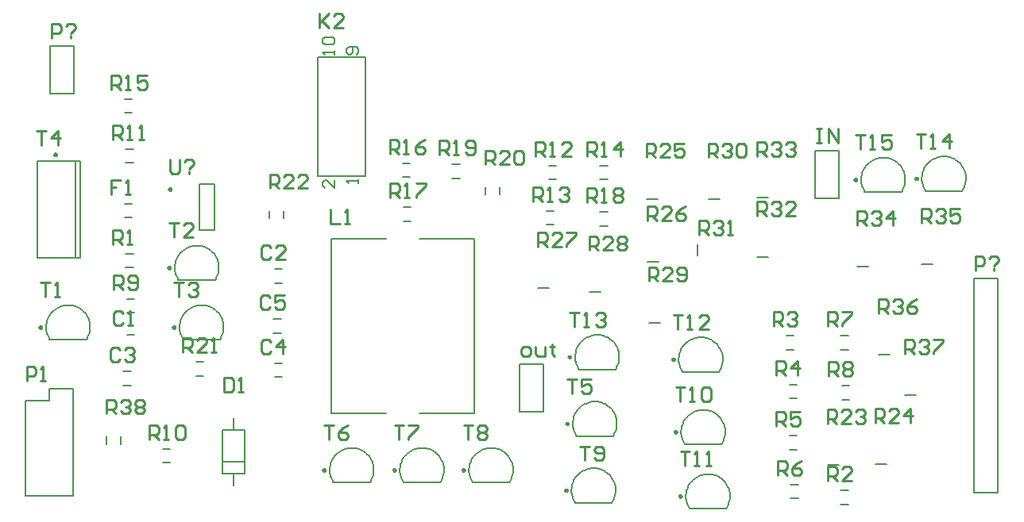
<source format=gto>
%FSTAX23Y23*%
%MOIN*%
%SFA1B1*%

%IPPOS*%
%ADD10C,0.009840*%
%ADD11C,0.007870*%
%ADD12C,0.008000*%
%ADD13C,0.010000*%
%LNpcb1-1*%
%LPD*%
G54D10*
X03833Y01405D02*
D01*
X03833Y01405*
X03833Y01405*
X03833Y01406*
X03833Y01406*
X03833Y01406*
X03833Y01407*
X03833Y01407*
X03833Y01407*
X03832Y01407*
X03832Y01408*
X03832Y01408*
X03832Y01408*
X03831Y01408*
X03831Y01409*
X03831Y01409*
X03831Y01409*
X0383Y01409*
X0383Y01409*
X0383Y01409*
X03829Y01409*
X03829Y01409*
X03829Y01409*
X03828*
X03828Y01409*
X03828Y01409*
X03827Y01409*
X03827Y01409*
X03827Y01409*
X03826Y01409*
X03826Y01409*
X03826Y01409*
X03825Y01408*
X03825Y01408*
X03825Y01408*
X03825Y01408*
X03824Y01407*
X03824Y01407*
X03824Y01407*
X03824Y01407*
X03824Y01406*
X03824Y01406*
X03824Y01406*
X03823Y01405*
X03823Y01405*
X03823Y01405*
X03823Y01404*
X03823Y01404*
X03824Y01403*
X03824Y01403*
X03824Y01403*
X03824Y01402*
X03824Y01402*
X03824Y01402*
X03824Y01402*
X03825Y01401*
X03825Y01401*
X03825Y01401*
X03825Y01401*
X03826Y014*
X03826Y014*
X03826Y014*
X03827Y014*
X03827Y014*
X03827Y014*
X03828Y014*
X03828Y014*
X03828Y014*
X03829*
X03829Y014*
X03829Y014*
X0383Y014*
X0383Y014*
X0383Y014*
X03831Y014*
X03831Y014*
X03831Y014*
X03831Y01401*
X03832Y01401*
X03832Y01401*
X03832Y01401*
X03832Y01402*
X03833Y01402*
X03833Y01402*
X03833Y01402*
X03833Y01403*
X03833Y01403*
X03833Y01403*
X03833Y01404*
X03833Y01404*
X03833Y01405*
X03373Y0116D02*
D01*
X03373Y0116*
X03373Y0116*
X03373Y01161*
X03373Y01161*
X03373Y01161*
X03373Y01162*
X03373Y01162*
X03373Y01162*
X03372Y01162*
X03372Y01163*
X03372Y01163*
X03372Y01163*
X03371Y01163*
X03371Y01164*
X03371Y01164*
X03371Y01164*
X0337Y01164*
X0337Y01164*
X0337Y01164*
X03369Y01164*
X03369Y01164*
X03369Y01164*
X03368*
X03368Y01164*
X03368Y01164*
X03367Y01164*
X03367Y01164*
X03367Y01164*
X03366Y01164*
X03366Y01164*
X03366Y01164*
X03365Y01163*
X03365Y01163*
X03365Y01163*
X03365Y01163*
X03364Y01162*
X03364Y01162*
X03364Y01162*
X03364Y01162*
X03364Y01161*
X03364Y01161*
X03364Y01161*
X03363Y0116*
X03363Y0116*
X03363Y0116*
X03363Y01159*
X03363Y01159*
X03364Y01158*
X03364Y01158*
X03364Y01158*
X03364Y01157*
X03364Y01157*
X03364Y01157*
X03364Y01157*
X03365Y01156*
X03365Y01156*
X03365Y01156*
X03365Y01156*
X03366Y01155*
X03366Y01155*
X03366Y01155*
X03367Y01155*
X03367Y01155*
X03367Y01155*
X03368Y01155*
X03368Y01155*
X03368Y01155*
X03369*
X03369Y01155*
X03369Y01155*
X0337Y01155*
X0337Y01155*
X0337Y01155*
X03371Y01155*
X03371Y01155*
X03371Y01155*
X03371Y01156*
X03372Y01156*
X03372Y01156*
X03372Y01156*
X03372Y01157*
X03373Y01157*
X03373Y01157*
X03373Y01157*
X03373Y01158*
X03373Y01158*
X03373Y01158*
X03373Y01159*
X03373Y01159*
X03373Y0116*
X04843Y0247D02*
D01*
X04843Y0247*
X04843Y0247*
X04843Y02471*
X04843Y02471*
X04843Y02471*
X04843Y02472*
X04843Y02472*
X04843Y02472*
X04842Y02472*
X04842Y02473*
X04842Y02473*
X04842Y02473*
X04841Y02473*
X04841Y02474*
X04841Y02474*
X04841Y02474*
X0484Y02474*
X0484Y02474*
X0484Y02474*
X04839Y02474*
X04839Y02474*
X04839Y02474*
X04838*
X04838Y02474*
X04838Y02474*
X04837Y02474*
X04837Y02474*
X04837Y02474*
X04836Y02474*
X04836Y02474*
X04836Y02474*
X04835Y02473*
X04835Y02473*
X04835Y02473*
X04835Y02473*
X04834Y02472*
X04834Y02472*
X04834Y02472*
X04834Y02472*
X04834Y02471*
X04834Y02471*
X04834Y02471*
X04833Y0247*
X04833Y0247*
X04833Y0247*
X04833Y02469*
X04833Y02469*
X04834Y02468*
X04834Y02468*
X04834Y02468*
X04834Y02467*
X04834Y02467*
X04834Y02467*
X04834Y02467*
X04835Y02466*
X04835Y02466*
X04835Y02466*
X04835Y02466*
X04836Y02465*
X04836Y02465*
X04836Y02465*
X04837Y02465*
X04837Y02465*
X04837Y02465*
X04838Y02465*
X04838Y02465*
X04838Y02465*
X04839*
X04839Y02465*
X04839Y02465*
X0484Y02465*
X0484Y02465*
X0484Y02465*
X04841Y02465*
X04841Y02465*
X04841Y02465*
X04841Y02466*
X04842Y02466*
X04842Y02466*
X04842Y02466*
X04842Y02467*
X04843Y02467*
X04843Y02467*
X04843Y02467*
X04843Y02468*
X04843Y02468*
X04843Y02468*
X04843Y02469*
X04843Y02469*
X04843Y0247*
X04588Y02465D02*
D01*
X04588Y02465*
X04588Y02465*
X04588Y02466*
X04588Y02466*
X04588Y02466*
X04588Y02467*
X04588Y02467*
X04588Y02467*
X04587Y02467*
X04587Y02468*
X04587Y02468*
X04587Y02468*
X04586Y02468*
X04586Y02469*
X04586Y02469*
X04586Y02469*
X04585Y02469*
X04585Y02469*
X04585Y02469*
X04584Y02469*
X04584Y02469*
X04584Y02469*
X04583*
X04583Y02469*
X04583Y02469*
X04582Y02469*
X04582Y02469*
X04582Y02469*
X04581Y02469*
X04581Y02469*
X04581Y02469*
X0458Y02468*
X0458Y02468*
X0458Y02468*
X0458Y02468*
X04579Y02467*
X04579Y02467*
X04579Y02467*
X04579Y02467*
X04579Y02466*
X04579Y02466*
X04579Y02466*
X04578Y02465*
X04578Y02465*
X04578Y02465*
X04578Y02464*
X04578Y02464*
X04579Y02463*
X04579Y02463*
X04579Y02463*
X04579Y02462*
X04579Y02462*
X04579Y02462*
X04579Y02462*
X0458Y02461*
X0458Y02461*
X0458Y02461*
X0458Y02461*
X04581Y0246*
X04581Y0246*
X04581Y0246*
X04582Y0246*
X04582Y0246*
X04582Y0246*
X04583Y0246*
X04583Y0246*
X04583Y0246*
X04584*
X04584Y0246*
X04584Y0246*
X04585Y0246*
X04585Y0246*
X04585Y0246*
X04586Y0246*
X04586Y0246*
X04586Y0246*
X04586Y02461*
X04587Y02461*
X04587Y02461*
X04587Y02461*
X04587Y02462*
X04588Y02462*
X04588Y02462*
X04588Y02462*
X04588Y02463*
X04588Y02463*
X04588Y02463*
X04588Y02464*
X04588Y02464*
X04588Y02465*
X03388Y0172D02*
D01*
X03388Y0172*
X03388Y0172*
X03388Y01721*
X03388Y01721*
X03388Y01721*
X03388Y01722*
X03388Y01722*
X03388Y01722*
X03387Y01722*
X03387Y01723*
X03387Y01723*
X03387Y01723*
X03386Y01723*
X03386Y01724*
X03386Y01724*
X03386Y01724*
X03385Y01724*
X03385Y01724*
X03385Y01724*
X03384Y01724*
X03384Y01724*
X03384Y01724*
X03383*
X03383Y01724*
X03383Y01724*
X03382Y01724*
X03382Y01724*
X03382Y01724*
X03381Y01724*
X03381Y01724*
X03381Y01724*
X0338Y01723*
X0338Y01723*
X0338Y01723*
X0338Y01723*
X03379Y01722*
X03379Y01722*
X03379Y01722*
X03379Y01722*
X03379Y01721*
X03379Y01721*
X03379Y01721*
X03378Y0172*
X03378Y0172*
X03378Y0172*
X03378Y01719*
X03378Y01719*
X03379Y01718*
X03379Y01718*
X03379Y01718*
X03379Y01717*
X03379Y01717*
X03379Y01717*
X03379Y01717*
X0338Y01716*
X0338Y01716*
X0338Y01716*
X0338Y01716*
X03381Y01715*
X03381Y01715*
X03381Y01715*
X03382Y01715*
X03382Y01715*
X03382Y01715*
X03383Y01715*
X03383Y01715*
X03383Y01715*
X03384*
X03384Y01715*
X03384Y01715*
X03385Y01715*
X03385Y01715*
X03385Y01715*
X03386Y01715*
X03386Y01715*
X03386Y01715*
X03386Y01716*
X03387Y01716*
X03387Y01716*
X03387Y01716*
X03387Y01717*
X03388Y01717*
X03388Y01717*
X03388Y01717*
X03388Y01718*
X03388Y01718*
X03388Y01718*
X03388Y01719*
X03388Y01719*
X03388Y0172*
X03823Y0171D02*
D01*
X03823Y0171*
X03823Y0171*
X03823Y01711*
X03823Y01711*
X03823Y01711*
X03823Y01712*
X03823Y01712*
X03823Y01712*
X03822Y01712*
X03822Y01713*
X03822Y01713*
X03822Y01713*
X03821Y01713*
X03821Y01714*
X03821Y01714*
X03821Y01714*
X0382Y01714*
X0382Y01714*
X0382Y01714*
X03819Y01714*
X03819Y01714*
X03819Y01714*
X03818*
X03818Y01714*
X03818Y01714*
X03817Y01714*
X03817Y01714*
X03817Y01714*
X03816Y01714*
X03816Y01714*
X03816Y01714*
X03815Y01713*
X03815Y01713*
X03815Y01713*
X03815Y01713*
X03814Y01712*
X03814Y01712*
X03814Y01712*
X03814Y01712*
X03814Y01711*
X03814Y01711*
X03814Y01711*
X03813Y0171*
X03813Y0171*
X03813Y0171*
X03813Y01709*
X03813Y01709*
X03814Y01708*
X03814Y01708*
X03814Y01708*
X03814Y01707*
X03814Y01707*
X03814Y01707*
X03814Y01707*
X03815Y01706*
X03815Y01706*
X03815Y01706*
X03815Y01706*
X03816Y01705*
X03816Y01705*
X03816Y01705*
X03817Y01705*
X03817Y01705*
X03817Y01705*
X03818Y01705*
X03818Y01705*
X03818Y01705*
X03819*
X03819Y01705*
X03819Y01705*
X0382Y01705*
X0382Y01705*
X0382Y01705*
X03821Y01705*
X03821Y01705*
X03821Y01705*
X03821Y01706*
X03822Y01706*
X03822Y01706*
X03822Y01706*
X03822Y01707*
X03823Y01707*
X03823Y01707*
X03823Y01707*
X03823Y01708*
X03823Y01708*
X03823Y01708*
X03823Y01709*
X03823Y01709*
X03823Y0171*
X03853Y01135D02*
D01*
X03853Y01135*
X03853Y01135*
X03853Y01136*
X03853Y01136*
X03853Y01136*
X03853Y01137*
X03853Y01137*
X03853Y01137*
X03852Y01137*
X03852Y01138*
X03852Y01138*
X03852Y01138*
X03851Y01138*
X03851Y01139*
X03851Y01139*
X03851Y01139*
X0385Y01139*
X0385Y01139*
X0385Y01139*
X03849Y01139*
X03849Y01139*
X03849Y01139*
X03848*
X03848Y01139*
X03848Y01139*
X03847Y01139*
X03847Y01139*
X03847Y01139*
X03846Y01139*
X03846Y01139*
X03846Y01139*
X03845Y01138*
X03845Y01138*
X03845Y01138*
X03845Y01138*
X03844Y01137*
X03844Y01137*
X03844Y01137*
X03844Y01137*
X03844Y01136*
X03844Y01136*
X03844Y01136*
X03843Y01135*
X03843Y01135*
X03843Y01135*
X03843Y01134*
X03843Y01134*
X03844Y01133*
X03844Y01133*
X03844Y01133*
X03844Y01132*
X03844Y01132*
X03844Y01132*
X03844Y01132*
X03845Y01131*
X03845Y01131*
X03845Y01131*
X03845Y01131*
X03846Y0113*
X03846Y0113*
X03846Y0113*
X03847Y0113*
X03847Y0113*
X03847Y0113*
X03848Y0113*
X03848Y0113*
X03848Y0113*
X03849*
X03849Y0113*
X03849Y0113*
X0385Y0113*
X0385Y0113*
X0385Y0113*
X03851Y0113*
X03851Y0113*
X03851Y0113*
X03851Y01131*
X03852Y01131*
X03852Y01131*
X03852Y01131*
X03852Y01132*
X03853Y01132*
X03853Y01132*
X03853Y01132*
X03853Y01133*
X03853Y01133*
X03853Y01133*
X03853Y01134*
X03853Y01134*
X03853Y01135*
X02943Y01245D02*
D01*
X02943Y01245*
X02943Y01245*
X02943Y01246*
X02943Y01246*
X02943Y01246*
X02943Y01247*
X02943Y01247*
X02943Y01247*
X02942Y01247*
X02942Y01248*
X02942Y01248*
X02942Y01248*
X02941Y01248*
X02941Y01249*
X02941Y01249*
X02941Y01249*
X0294Y01249*
X0294Y01249*
X0294Y01249*
X02939Y01249*
X02939Y01249*
X02939Y01249*
X02938*
X02938Y01249*
X02938Y01249*
X02937Y01249*
X02937Y01249*
X02937Y01249*
X02936Y01249*
X02936Y01249*
X02936Y01249*
X02935Y01248*
X02935Y01248*
X02935Y01248*
X02935Y01248*
X02934Y01247*
X02934Y01247*
X02934Y01247*
X02934Y01247*
X02934Y01246*
X02934Y01246*
X02934Y01246*
X02933Y01245*
X02933Y01245*
X02933Y01245*
X02933Y01244*
X02933Y01244*
X02934Y01243*
X02934Y01243*
X02934Y01243*
X02934Y01242*
X02934Y01242*
X02934Y01242*
X02934Y01242*
X02935Y01241*
X02935Y01241*
X02935Y01241*
X02935Y01241*
X02936Y0124*
X02936Y0124*
X02936Y0124*
X02937Y0124*
X02937Y0124*
X02937Y0124*
X02938Y0124*
X02938Y0124*
X02938Y0124*
X02939*
X02939Y0124*
X02939Y0124*
X0294Y0124*
X0294Y0124*
X0294Y0124*
X02941Y0124*
X02941Y0124*
X02941Y0124*
X02941Y01241*
X02942Y01241*
X02942Y01241*
X02942Y01241*
X02942Y01242*
X02943Y01242*
X02943Y01242*
X02943Y01242*
X02943Y01243*
X02943Y01243*
X02943Y01243*
X02943Y01244*
X02943Y01244*
X02943Y01245*
X02653D02*
D01*
X02653Y01245*
X02653Y01245*
X02653Y01246*
X02653Y01246*
X02653Y01246*
X02653Y01247*
X02653Y01247*
X02653Y01247*
X02652Y01247*
X02652Y01248*
X02652Y01248*
X02652Y01248*
X02651Y01248*
X02651Y01249*
X02651Y01249*
X02651Y01249*
X0265Y01249*
X0265Y01249*
X0265Y01249*
X02649Y01249*
X02649Y01249*
X02649Y01249*
X02648*
X02648Y01249*
X02648Y01249*
X02647Y01249*
X02647Y01249*
X02647Y01249*
X02646Y01249*
X02646Y01249*
X02646Y01249*
X02645Y01248*
X02645Y01248*
X02645Y01248*
X02645Y01248*
X02644Y01247*
X02644Y01247*
X02644Y01247*
X02644Y01247*
X02644Y01246*
X02644Y01246*
X02644Y01246*
X02643Y01245*
X02643Y01245*
X02643Y01245*
X02643Y01244*
X02643Y01244*
X02644Y01243*
X02644Y01243*
X02644Y01243*
X02644Y01242*
X02644Y01242*
X02644Y01242*
X02644Y01242*
X02645Y01241*
X02645Y01241*
X02645Y01241*
X02645Y01241*
X02646Y0124*
X02646Y0124*
X02646Y0124*
X02647Y0124*
X02647Y0124*
X02647Y0124*
X02648Y0124*
X02648Y0124*
X02648Y0124*
X02649*
X02649Y0124*
X02649Y0124*
X0265Y0124*
X0265Y0124*
X0265Y0124*
X02651Y0124*
X02651Y0124*
X02651Y0124*
X02651Y01241*
X02652Y01241*
X02652Y01241*
X02652Y01241*
X02652Y01242*
X02653Y01242*
X02653Y01242*
X02653Y01242*
X02653Y01243*
X02653Y01243*
X02653Y01243*
X02653Y01244*
X02653Y01244*
X02653Y01245*
X02358D02*
D01*
X02358Y01245*
X02358Y01245*
X02358Y01246*
X02358Y01246*
X02358Y01246*
X02358Y01247*
X02358Y01247*
X02358Y01247*
X02357Y01247*
X02357Y01248*
X02357Y01248*
X02357Y01248*
X02356Y01248*
X02356Y01249*
X02356Y01249*
X02356Y01249*
X02355Y01249*
X02355Y01249*
X02355Y01249*
X02354Y01249*
X02354Y01249*
X02354Y01249*
X02353*
X02353Y01249*
X02353Y01249*
X02352Y01249*
X02352Y01249*
X02352Y01249*
X02351Y01249*
X02351Y01249*
X02351Y01249*
X0235Y01248*
X0235Y01248*
X0235Y01248*
X0235Y01248*
X02349Y01247*
X02349Y01247*
X02349Y01247*
X02349Y01247*
X02349Y01246*
X02349Y01246*
X02349Y01246*
X02348Y01245*
X02348Y01245*
X02348Y01245*
X02348Y01244*
X02348Y01244*
X02349Y01243*
X02349Y01243*
X02349Y01243*
X02349Y01242*
X02349Y01242*
X02349Y01242*
X02349Y01242*
X0235Y01241*
X0235Y01241*
X0235Y01241*
X0235Y01241*
X02351Y0124*
X02351Y0124*
X02351Y0124*
X02352Y0124*
X02352Y0124*
X02352Y0124*
X02353Y0124*
X02353Y0124*
X02353Y0124*
X02354*
X02354Y0124*
X02354Y0124*
X02355Y0124*
X02355Y0124*
X02355Y0124*
X02356Y0124*
X02356Y0124*
X02356Y0124*
X02356Y01241*
X02357Y01241*
X02357Y01241*
X02357Y01241*
X02357Y01242*
X02358Y01242*
X02358Y01242*
X02358Y01242*
X02358Y01243*
X02358Y01243*
X02358Y01243*
X02358Y01244*
X02358Y01244*
X02358Y01245*
X03378Y0144D02*
D01*
X03378Y0144*
X03378Y0144*
X03378Y01441*
X03378Y01441*
X03378Y01441*
X03378Y01442*
X03378Y01442*
X03378Y01442*
X03377Y01442*
X03377Y01443*
X03377Y01443*
X03377Y01443*
X03376Y01443*
X03376Y01444*
X03376Y01444*
X03376Y01444*
X03375Y01444*
X03375Y01444*
X03375Y01444*
X03374Y01444*
X03374Y01444*
X03374Y01444*
X03373*
X03373Y01444*
X03373Y01444*
X03372Y01444*
X03372Y01444*
X03372Y01444*
X03371Y01444*
X03371Y01444*
X03371Y01444*
X0337Y01443*
X0337Y01443*
X0337Y01443*
X0337Y01443*
X03369Y01442*
X03369Y01442*
X03369Y01442*
X03369Y01442*
X03369Y01441*
X03369Y01441*
X03369Y01441*
X03368Y0144*
X03368Y0144*
X03368Y0144*
X03368Y01439*
X03368Y01439*
X03369Y01438*
X03369Y01438*
X03369Y01438*
X03369Y01437*
X03369Y01437*
X03369Y01437*
X03369Y01437*
X0337Y01436*
X0337Y01436*
X0337Y01436*
X0337Y01436*
X03371Y01435*
X03371Y01435*
X03371Y01435*
X03372Y01435*
X03372Y01435*
X03372Y01435*
X03373Y01435*
X03373Y01435*
X03373Y01435*
X03374*
X03374Y01435*
X03374Y01435*
X03375Y01435*
X03375Y01435*
X03375Y01435*
X03376Y01435*
X03376Y01435*
X03376Y01435*
X03376Y01436*
X03377Y01436*
X03377Y01436*
X03377Y01436*
X03377Y01437*
X03378Y01437*
X03378Y01437*
X03378Y01437*
X03378Y01438*
X03378Y01438*
X03378Y01438*
X03378Y01439*
X03378Y01439*
X03378Y0144*
X01708Y02095D02*
D01*
X01708Y02095*
X01708Y02095*
X01708Y02096*
X01708Y02096*
X01708Y02096*
X01708Y02097*
X01708Y02097*
X01708Y02097*
X01707Y02097*
X01707Y02098*
X01707Y02098*
X01707Y02098*
X01706Y02098*
X01706Y02099*
X01706Y02099*
X01706Y02099*
X01705Y02099*
X01705Y02099*
X01705Y02099*
X01704Y02099*
X01704Y02099*
X01704Y02099*
X01703*
X01703Y02099*
X01703Y02099*
X01702Y02099*
X01702Y02099*
X01702Y02099*
X01701Y02099*
X01701Y02099*
X01701Y02099*
X017Y02098*
X017Y02098*
X017Y02098*
X017Y02098*
X01699Y02097*
X01699Y02097*
X01699Y02097*
X01699Y02097*
X01699Y02096*
X01699Y02096*
X01699Y02096*
X01698Y02095*
X01698Y02095*
X01698Y02095*
X01698Y02094*
X01698Y02094*
X01699Y02093*
X01699Y02093*
X01699Y02093*
X01699Y02092*
X01699Y02092*
X01699Y02092*
X01699Y02092*
X017Y02091*
X017Y02091*
X017Y02091*
X017Y02091*
X01701Y0209*
X01701Y0209*
X01701Y0209*
X01702Y0209*
X01702Y0209*
X01702Y0209*
X01703Y0209*
X01703Y0209*
X01703Y0209*
X01704*
X01704Y0209*
X01704Y0209*
X01705Y0209*
X01705Y0209*
X01705Y0209*
X01706Y0209*
X01706Y0209*
X01706Y0209*
X01706Y02091*
X01707Y02091*
X01707Y02091*
X01707Y02091*
X01707Y02092*
X01708Y02092*
X01708Y02092*
X01708Y02092*
X01708Y02093*
X01708Y02093*
X01708Y02093*
X01708Y02094*
X01708Y02094*
X01708Y02095*
X01712Y02425D02*
D01*
X01712Y02425*
X01712Y02425*
X01712Y02426*
X01712Y02426*
X01712Y02426*
X01712Y02427*
X01711Y02427*
X01711Y02427*
X01711Y02427*
X01711Y02428*
X01711Y02428*
X0171Y02428*
X0171Y02428*
X0171Y02429*
X01709Y02429*
X01709Y02429*
X01709Y02429*
X01709Y02429*
X01708Y02429*
X01708Y02429*
X01708Y02429*
X01707Y02429*
X01707*
X01707Y02429*
X01706Y02429*
X01706Y02429*
X01705Y02429*
X01705Y02429*
X01705Y02429*
X01705Y02429*
X01704Y02429*
X01704Y02428*
X01704Y02428*
X01703Y02428*
X01703Y02428*
X01703Y02427*
X01703Y02427*
X01703Y02427*
X01703Y02427*
X01702Y02426*
X01702Y02426*
X01702Y02426*
X01702Y02425*
X01702Y02425*
X01702Y02425*
X01702Y02424*
X01702Y02424*
X01702Y02423*
X01702Y02423*
X01702Y02423*
X01703Y02422*
X01703Y02422*
X01703Y02422*
X01703Y02422*
X01703Y02421*
X01703Y02421*
X01704Y02421*
X01704Y02421*
X01704Y0242*
X01705Y0242*
X01705Y0242*
X01705Y0242*
X01705Y0242*
X01706Y0242*
X01706Y0242*
X01707Y0242*
X01707Y0242*
X01707*
X01708Y0242*
X01708Y0242*
X01708Y0242*
X01709Y0242*
X01709Y0242*
X01709Y0242*
X01709Y0242*
X0171Y0242*
X0171Y02421*
X0171Y02421*
X01711Y02421*
X01711Y02421*
X01711Y02422*
X01711Y02422*
X01711Y02422*
X01712Y02422*
X01712Y02423*
X01712Y02423*
X01712Y02423*
X01712Y02424*
X01712Y02424*
X01712Y02425*
X01229Y0257D02*
D01*
X01229Y0257*
X01229Y0257*
X01229Y02571*
X01229Y02571*
X01229Y02571*
X01229Y02572*
X01229Y02572*
X01229Y02572*
X01228Y02573*
X01228Y02573*
X01228Y02573*
X01228Y02573*
X01228Y02574*
X01227Y02574*
X01227Y02574*
X01227Y02574*
X01226Y02574*
X01226Y02574*
X01226Y02575*
X01225Y02575*
X01225Y02575*
X01225Y02575*
X01224*
X01224Y02575*
X01224Y02575*
X01223Y02575*
X01223Y02574*
X01223Y02574*
X01222Y02574*
X01222Y02574*
X01222Y02574*
X01221Y02574*
X01221Y02573*
X01221Y02573*
X01221Y02573*
X01221Y02573*
X0122Y02572*
X0122Y02572*
X0122Y02572*
X0122Y02571*
X0122Y02571*
X0122Y02571*
X0122Y0257*
X0122Y0257*
X0122Y0257*
X0122Y02569*
X0122Y02569*
X0122Y02569*
X0122Y02568*
X0122Y02568*
X0122Y02568*
X0122Y02568*
X0122Y02567*
X01221Y02567*
X01221Y02567*
X01221Y02566*
X01221Y02566*
X01221Y02566*
X01222Y02566*
X01222Y02566*
X01222Y02565*
X01223Y02565*
X01223Y02565*
X01223Y02565*
X01224Y02565*
X01224Y02565*
X01224Y02565*
X01225*
X01225Y02565*
X01225Y02565*
X01226Y02565*
X01226Y02565*
X01226Y02565*
X01227Y02565*
X01227Y02566*
X01227Y02566*
X01228Y02566*
X01228Y02566*
X01228Y02566*
X01228Y02567*
X01228Y02567*
X01229Y02567*
X01229Y02568*
X01229Y02568*
X01229Y02568*
X01229Y02568*
X01229Y02569*
X01229Y02569*
X01229Y02569*
X01229Y0257*
X01728Y01845D02*
D01*
X01728Y01845*
X01728Y01845*
X01728Y01846*
X01728Y01846*
X01728Y01846*
X01728Y01847*
X01728Y01847*
X01728Y01847*
X01727Y01847*
X01727Y01848*
X01727Y01848*
X01727Y01848*
X01726Y01848*
X01726Y01849*
X01726Y01849*
X01726Y01849*
X01725Y01849*
X01725Y01849*
X01725Y01849*
X01724Y01849*
X01724Y01849*
X01724Y01849*
X01723*
X01723Y01849*
X01723Y01849*
X01722Y01849*
X01722Y01849*
X01722Y01849*
X01721Y01849*
X01721Y01849*
X01721Y01849*
X0172Y01848*
X0172Y01848*
X0172Y01848*
X0172Y01848*
X01719Y01847*
X01719Y01847*
X01719Y01847*
X01719Y01847*
X01719Y01846*
X01719Y01846*
X01719Y01846*
X01718Y01845*
X01718Y01845*
X01718Y01845*
X01718Y01844*
X01718Y01844*
X01719Y01843*
X01719Y01843*
X01719Y01843*
X01719Y01842*
X01719Y01842*
X01719Y01842*
X01719Y01842*
X0172Y01841*
X0172Y01841*
X0172Y01841*
X0172Y01841*
X01721Y0184*
X01721Y0184*
X01721Y0184*
X01722Y0184*
X01722Y0184*
X01722Y0184*
X01723Y0184*
X01723Y0184*
X01723Y0184*
X01724*
X01724Y0184*
X01724Y0184*
X01725Y0184*
X01725Y0184*
X01725Y0184*
X01726Y0184*
X01726Y0184*
X01726Y0184*
X01726Y01841*
X01727Y01841*
X01727Y01841*
X01727Y01841*
X01727Y01842*
X01728Y01842*
X01728Y01842*
X01728Y01842*
X01728Y01843*
X01728Y01843*
X01728Y01843*
X01728Y01844*
X01728Y01844*
X01728Y01845*
X01168D02*
D01*
X01168Y01845*
X01168Y01845*
X01168Y01846*
X01168Y01846*
X01168Y01846*
X01168Y01847*
X01168Y01847*
X01168Y01847*
X01167Y01847*
X01167Y01848*
X01167Y01848*
X01167Y01848*
X01166Y01848*
X01166Y01849*
X01166Y01849*
X01166Y01849*
X01165Y01849*
X01165Y01849*
X01165Y01849*
X01164Y01849*
X01164Y01849*
X01164Y01849*
X01163*
X01163Y01849*
X01163Y01849*
X01162Y01849*
X01162Y01849*
X01162Y01849*
X01161Y01849*
X01161Y01849*
X01161Y01849*
X0116Y01848*
X0116Y01848*
X0116Y01848*
X0116Y01848*
X01159Y01847*
X01159Y01847*
X01159Y01847*
X01159Y01847*
X01159Y01846*
X01159Y01846*
X01159Y01846*
X01158Y01845*
X01158Y01845*
X01158Y01845*
X01158Y01844*
X01158Y01844*
X01159Y01843*
X01159Y01843*
X01159Y01843*
X01159Y01842*
X01159Y01842*
X01159Y01842*
X01159Y01842*
X0116Y01841*
X0116Y01841*
X0116Y01841*
X0116Y01841*
X01161Y0184*
X01161Y0184*
X01161Y0184*
X01162Y0184*
X01162Y0184*
X01162Y0184*
X01163Y0184*
X01163Y0184*
X01163Y0184*
X01164*
X01164Y0184*
X01164Y0184*
X01165Y0184*
X01165Y0184*
X01165Y0184*
X01166Y0184*
X01166Y0184*
X01166Y0184*
X01166Y01841*
X01167Y01841*
X01167Y01841*
X01167Y01841*
X01167Y01842*
X01168Y01842*
X01168Y01842*
X01168Y01842*
X01168Y01843*
X01168Y01843*
X01168Y01843*
X01168Y01844*
X01168Y01844*
X01168Y01845*
G54D11*
X04021Y01352D02*
D01*
X04024Y01357*
X04027Y01363*
X0403Y01369*
X04032Y01375*
X04034Y01381*
X04035Y01387*
X04036Y01394*
X04037Y014*
X04037Y01407*
X04037Y01413*
X04036Y0142*
X04035Y01426*
X04033Y01432*
X04031Y01438*
X04028Y01444*
X04025Y0145*
X04022Y01455*
X04018Y01461*
X04014Y01466*
X04009Y0147*
X04005Y01475*
X04Y01479*
X03994Y01482*
X03989Y01486*
X03983Y01489*
X03977Y01491*
X03971Y01493*
X03965Y01495*
X03958Y01496*
X03952Y01497*
X03946Y01497*
X03939Y01497*
X03933Y01496*
X03926Y01495*
X0392Y01494*
X03914Y01492*
X03908Y01489*
X03902Y01487*
X03896Y01483*
X03891Y0148*
X03886Y01476*
X03881Y01472*
X03876Y01467*
X03872Y01462*
X03868Y01457*
X03865Y01452*
X03862Y01446*
X03859Y0144*
X03857Y01434*
X03855Y01428*
X03854Y01422*
X03853Y01415*
X03852Y01409*
X03852Y01402*
X03852Y01396*
X03853Y01389*
X03854Y01383*
X03856Y01377*
X03858Y01371*
X03861Y01365*
X03864Y01359*
X03867Y01354*
X03868Y01352*
X03561Y01107D02*
D01*
X03564Y01112*
X03567Y01118*
X0357Y01124*
X03572Y0113*
X03574Y01136*
X03575Y01142*
X03576Y01149*
X03577Y01155*
X03577Y01162*
X03577Y01168*
X03576Y01175*
X03575Y01181*
X03573Y01187*
X03571Y01193*
X03568Y01199*
X03565Y01205*
X03562Y0121*
X03558Y01216*
X03554Y01221*
X03549Y01225*
X03545Y0123*
X0354Y01234*
X03534Y01237*
X03529Y01241*
X03523Y01244*
X03517Y01246*
X03511Y01248*
X03505Y0125*
X03498Y01251*
X03492Y01252*
X03486Y01252*
X03479Y01252*
X03473Y01251*
X03466Y0125*
X0346Y01249*
X03454Y01247*
X03448Y01244*
X03442Y01242*
X03436Y01238*
X03431Y01235*
X03426Y01231*
X03421Y01227*
X03416Y01222*
X03412Y01217*
X03408Y01212*
X03405Y01207*
X03402Y01201*
X03399Y01195*
X03397Y01189*
X03395Y01183*
X03394Y01177*
X03393Y0117*
X03392Y01164*
X03392Y01157*
X03392Y01151*
X03393Y01144*
X03394Y01138*
X03396Y01132*
X03398Y01126*
X03401Y0112*
X03404Y01114*
X03407Y01109*
X03408Y01107*
X05031Y02417D02*
D01*
X05034Y02422*
X05037Y02428*
X0504Y02434*
X05042Y0244*
X05044Y02446*
X05045Y02452*
X05046Y02459*
X05047Y02465*
X05047Y02472*
X05047Y02478*
X05046Y02485*
X05045Y02491*
X05043Y02497*
X05041Y02503*
X05038Y02509*
X05035Y02515*
X05032Y0252*
X05028Y02526*
X05024Y02531*
X05019Y02535*
X05015Y0254*
X0501Y02544*
X05004Y02547*
X04999Y02551*
X04993Y02554*
X04987Y02556*
X04981Y02558*
X04975Y0256*
X04968Y02561*
X04962Y02562*
X04956Y02562*
X04949Y02562*
X04943Y02561*
X04936Y0256*
X0493Y02559*
X04924Y02557*
X04918Y02554*
X04912Y02552*
X04906Y02548*
X04901Y02545*
X04896Y02541*
X04891Y02537*
X04886Y02532*
X04882Y02527*
X04878Y02522*
X04875Y02517*
X04872Y02511*
X04869Y02505*
X04867Y02499*
X04865Y02493*
X04864Y02487*
X04863Y0248*
X04862Y02474*
X04862Y02467*
X04862Y02461*
X04863Y02454*
X04864Y02448*
X04866Y02442*
X04868Y02436*
X04871Y0243*
X04874Y02424*
X04877Y02419*
X04878Y02417*
X04776Y02412D02*
D01*
X04779Y02417*
X04782Y02423*
X04785Y02429*
X04787Y02435*
X04789Y02441*
X0479Y02447*
X04791Y02454*
X04792Y0246*
X04792Y02467*
X04792Y02473*
X04791Y0248*
X0479Y02486*
X04788Y02492*
X04786Y02498*
X04783Y02504*
X0478Y0251*
X04777Y02515*
X04773Y02521*
X04769Y02526*
X04764Y0253*
X0476Y02535*
X04755Y02539*
X04749Y02542*
X04744Y02546*
X04738Y02549*
X04732Y02551*
X04726Y02553*
X0472Y02555*
X04713Y02556*
X04707Y02557*
X04701Y02557*
X04694Y02557*
X04688Y02556*
X04681Y02555*
X04675Y02554*
X04669Y02552*
X04663Y02549*
X04657Y02547*
X04651Y02544*
X04646Y0254*
X04641Y02536*
X04636Y02532*
X04631Y02527*
X04627Y02522*
X04623Y02517*
X0462Y02512*
X04617Y02506*
X04614Y025*
X04612Y02494*
X0461Y02488*
X04609Y02482*
X04608Y02475*
X04607Y02469*
X04607Y02462*
X04607Y02456*
X04608Y02449*
X04609Y02443*
X04611Y02437*
X04613Y02431*
X04616Y02425*
X04619Y02419*
X04622Y02414*
X04623Y02412*
X03576Y01667D02*
D01*
X03579Y01672*
X03582Y01678*
X03585Y01684*
X03587Y0169*
X03589Y01696*
X0359Y01702*
X03591Y01709*
X03592Y01715*
X03592Y01722*
X03592Y01728*
X03591Y01735*
X0359Y01741*
X03588Y01747*
X03586Y01753*
X03583Y01759*
X0358Y01765*
X03577Y0177*
X03573Y01776*
X03569Y01781*
X03564Y01785*
X0356Y0179*
X03555Y01794*
X03549Y01797*
X03544Y01801*
X03538Y01804*
X03532Y01806*
X03526Y01808*
X0352Y0181*
X03513Y01811*
X03507Y01812*
X03501Y01812*
X03494Y01812*
X03488Y01811*
X03481Y0181*
X03475Y01809*
X03469Y01807*
X03463Y01804*
X03457Y01802*
X03451Y01799*
X03446Y01795*
X03441Y01791*
X03436Y01787*
X03431Y01782*
X03427Y01777*
X03423Y01772*
X0342Y01767*
X03417Y01761*
X03414Y01755*
X03412Y01749*
X0341Y01743*
X03409Y01737*
X03408Y0173*
X03407Y01724*
X03407Y01717*
X03407Y01711*
X03408Y01704*
X03409Y01698*
X03411Y01692*
X03413Y01686*
X03416Y0168*
X03419Y01674*
X03422Y01669*
X03423Y01667*
X04011Y01657D02*
D01*
X04014Y01662*
X04017Y01668*
X0402Y01674*
X04022Y0168*
X04024Y01686*
X04025Y01692*
X04026Y01699*
X04027Y01705*
X04027Y01712*
X04027Y01718*
X04026Y01725*
X04025Y01731*
X04023Y01737*
X04021Y01743*
X04018Y01749*
X04015Y01755*
X04012Y0176*
X04008Y01766*
X04004Y01771*
X03999Y01775*
X03995Y0178*
X0399Y01784*
X03984Y01787*
X03979Y01791*
X03973Y01794*
X03967Y01796*
X03961Y01798*
X03955Y018*
X03948Y01801*
X03942Y01802*
X03936Y01802*
X03929Y01802*
X03923Y01801*
X03916Y018*
X0391Y01799*
X03904Y01797*
X03898Y01794*
X03892Y01792*
X03886Y01789*
X03881Y01785*
X03876Y01781*
X03871Y01777*
X03866Y01772*
X03862Y01767*
X03858Y01762*
X03855Y01757*
X03852Y01751*
X03849Y01745*
X03847Y01739*
X03845Y01733*
X03844Y01727*
X03843Y0172*
X03842Y01714*
X03842Y01707*
X03842Y01701*
X03843Y01694*
X03844Y01688*
X03846Y01682*
X03848Y01676*
X03851Y0167*
X03854Y01664*
X03857Y01659*
X03858Y01657*
X04041Y01082D02*
D01*
X04044Y01087*
X04047Y01093*
X0405Y01099*
X04052Y01105*
X04054Y01111*
X04055Y01117*
X04056Y01124*
X04057Y0113*
X04057Y01137*
X04057Y01143*
X04056Y0115*
X04055Y01156*
X04053Y01162*
X04051Y01168*
X04048Y01174*
X04045Y0118*
X04042Y01185*
X04038Y01191*
X04034Y01196*
X04029Y012*
X04025Y01205*
X0402Y01209*
X04014Y01212*
X04009Y01216*
X04003Y01219*
X03997Y01221*
X03991Y01223*
X03985Y01225*
X03978Y01226*
X03972Y01227*
X03966Y01227*
X03959Y01227*
X03953Y01226*
X03946Y01225*
X0394Y01224*
X03934Y01222*
X03928Y01219*
X03922Y01217*
X03916Y01214*
X03911Y0121*
X03906Y01206*
X03901Y01202*
X03896Y01197*
X03892Y01192*
X03888Y01187*
X03885Y01182*
X03882Y01176*
X03879Y0117*
X03877Y01164*
X03875Y01158*
X03874Y01152*
X03873Y01145*
X03872Y01139*
X03872Y01132*
X03872Y01126*
X03873Y01119*
X03874Y01113*
X03876Y01107*
X03878Y01101*
X03881Y01095*
X03884Y01089*
X03887Y01084*
X03888Y01082*
X03131Y01192D02*
D01*
X03134Y01197*
X03137Y01203*
X0314Y01209*
X03142Y01215*
X03144Y01221*
X03145Y01227*
X03146Y01234*
X03147Y0124*
X03147Y01247*
X03147Y01253*
X03146Y0126*
X03145Y01266*
X03143Y01272*
X03141Y01278*
X03138Y01284*
X03135Y0129*
X03132Y01295*
X03128Y01301*
X03124Y01306*
X03119Y0131*
X03115Y01315*
X0311Y01319*
X03104Y01322*
X03099Y01326*
X03093Y01329*
X03087Y01331*
X03081Y01333*
X03075Y01335*
X03068Y01336*
X03062Y01337*
X03056Y01337*
X03049Y01337*
X03043Y01336*
X03036Y01335*
X0303Y01334*
X03024Y01332*
X03018Y01329*
X03012Y01327*
X03006Y01324*
X03001Y0132*
X02996Y01316*
X02991Y01312*
X02986Y01307*
X02982Y01302*
X02978Y01297*
X02975Y01292*
X02972Y01286*
X02969Y0128*
X02967Y01274*
X02965Y01268*
X02964Y01262*
X02963Y01255*
X02962Y01249*
X02962Y01242*
X02962Y01236*
X02963Y01229*
X02964Y01223*
X02966Y01217*
X02968Y01211*
X02971Y01205*
X02974Y01199*
X02977Y01194*
X02978Y01192*
X02841Y01192D02*
D01*
X02844Y01197*
X02847Y01203*
X0285Y01209*
X02852Y01215*
X02854Y01221*
X02855Y01227*
X02856Y01234*
X02857Y0124*
X02857Y01247*
X02857Y01253*
X02856Y0126*
X02855Y01266*
X02853Y01272*
X02851Y01278*
X02848Y01284*
X02845Y0129*
X02842Y01295*
X02838Y01301*
X02834Y01306*
X02829Y0131*
X02825Y01315*
X0282Y01319*
X02814Y01322*
X02809Y01326*
X02803Y01329*
X02797Y01331*
X02791Y01333*
X02785Y01335*
X02778Y01336*
X02772Y01337*
X02766Y01337*
X02759Y01337*
X02753Y01336*
X02746Y01335*
X0274Y01334*
X02734Y01332*
X02728Y01329*
X02722Y01327*
X02716Y01324*
X02711Y0132*
X02706Y01316*
X02701Y01312*
X02696Y01307*
X02692Y01302*
X02688Y01297*
X02685Y01292*
X02682Y01286*
X02679Y0128*
X02677Y01274*
X02675Y01268*
X02674Y01262*
X02673Y01255*
X02672Y01249*
X02672Y01242*
X02672Y01236*
X02673Y01229*
X02674Y01223*
X02676Y01217*
X02678Y01211*
X02681Y01205*
X02684Y01199*
X02687Y01194*
X02688Y01192*
X02546Y01192D02*
D01*
X02549Y01197*
X02552Y01203*
X02555Y01209*
X02557Y01215*
X02559Y01221*
X0256Y01227*
X02561Y01234*
X02562Y0124*
X02562Y01247*
X02562Y01253*
X02561Y0126*
X0256Y01266*
X02558Y01272*
X02556Y01278*
X02553Y01284*
X0255Y0129*
X02547Y01295*
X02543Y01301*
X02539Y01306*
X02534Y0131*
X0253Y01315*
X02525Y01319*
X02519Y01322*
X02514Y01326*
X02508Y01329*
X02502Y01331*
X02496Y01333*
X0249Y01335*
X02483Y01336*
X02477Y01337*
X02471Y01337*
X02464Y01337*
X02458Y01336*
X02451Y01335*
X02445Y01334*
X02439Y01332*
X02433Y01329*
X02427Y01327*
X02421Y01324*
X02416Y0132*
X02411Y01316*
X02406Y01312*
X02401Y01307*
X02397Y01302*
X02393Y01297*
X0239Y01292*
X02387Y01286*
X02384Y0128*
X02382Y01274*
X0238Y01268*
X02379Y01262*
X02378Y01255*
X02377Y01249*
X02377Y01242*
X02377Y01236*
X02378Y01229*
X02379Y01223*
X02381Y01217*
X02383Y01211*
X02386Y01205*
X02389Y01199*
X02392Y01194*
X02393Y01192*
X03566Y01387D02*
D01*
X03569Y01392*
X03572Y01398*
X03575Y01404*
X03577Y0141*
X03579Y01416*
X0358Y01422*
X03581Y01429*
X03582Y01435*
X03582Y01442*
X03582Y01448*
X03581Y01455*
X0358Y01461*
X03578Y01467*
X03576Y01473*
X03573Y01479*
X0357Y01485*
X03567Y0149*
X03563Y01496*
X03559Y01501*
X03554Y01505*
X0355Y0151*
X03545Y01514*
X03539Y01517*
X03534Y01521*
X03528Y01524*
X03522Y01526*
X03516Y01528*
X0351Y0153*
X03503Y01531*
X03497Y01532*
X03491Y01532*
X03484Y01532*
X03478Y01531*
X03471Y0153*
X03465Y01529*
X03459Y01527*
X03453Y01524*
X03447Y01522*
X03441Y01518*
X03436Y01515*
X03431Y01511*
X03426Y01507*
X03421Y01502*
X03417Y01497*
X03413Y01492*
X0341Y01487*
X03407Y01481*
X03404Y01475*
X03402Y01469*
X034Y01463*
X03399Y01457*
X03398Y0145*
X03397Y01444*
X03397Y01437*
X03397Y01431*
X03398Y01424*
X03399Y01418*
X03401Y01412*
X03403Y01406*
X03406Y014*
X03409Y01394*
X03412Y01389*
X03413Y01387*
X01896Y02042D02*
D01*
X01899Y02047*
X01902Y02053*
X01905Y02059*
X01907Y02065*
X01909Y02071*
X0191Y02077*
X01911Y02084*
X01912Y0209*
X01912Y02097*
X01912Y02103*
X01911Y0211*
X0191Y02116*
X01908Y02122*
X01906Y02128*
X01903Y02134*
X019Y0214*
X01897Y02145*
X01893Y02151*
X01889Y02156*
X01884Y0216*
X0188Y02165*
X01875Y02169*
X01869Y02172*
X01864Y02176*
X01858Y02179*
X01852Y02181*
X01846Y02183*
X0184Y02185*
X01833Y02186*
X01827Y02187*
X01821Y02187*
X01814Y02187*
X01808Y02186*
X01801Y02185*
X01795Y02184*
X01789Y02182*
X01783Y02179*
X01777Y02177*
X01771Y02173*
X01766Y0217*
X01761Y02166*
X01756Y02162*
X01751Y02157*
X01747Y02152*
X01743Y02147*
X0174Y02142*
X01737Y02136*
X01734Y0213*
X01732Y02124*
X0173Y02118*
X01729Y02112*
X01728Y02105*
X01727Y02099*
X01727Y02092*
X01727Y02086*
X01728Y02079*
X01729Y02073*
X01731Y02067*
X01733Y02061*
X01736Y02055*
X01739Y02049*
X01742Y02044*
X01743Y02042*
X01916Y01792D02*
D01*
X01919Y01797*
X01922Y01803*
X01925Y01809*
X01927Y01815*
X01929Y01821*
X0193Y01827*
X01931Y01834*
X01932Y0184*
X01932Y01847*
X01932Y01853*
X01931Y0186*
X0193Y01866*
X01928Y01872*
X01926Y01878*
X01923Y01884*
X0192Y0189*
X01917Y01895*
X01913Y01901*
X01909Y01906*
X01904Y0191*
X019Y01915*
X01895Y01919*
X01889Y01922*
X01884Y01926*
X01878Y01929*
X01872Y01931*
X01866Y01933*
X0186Y01935*
X01853Y01936*
X01847Y01937*
X01841Y01937*
X01834Y01937*
X01828Y01936*
X01821Y01935*
X01815Y01934*
X01809Y01932*
X01803Y01929*
X01797Y01927*
X01791Y01924*
X01786Y0192*
X01781Y01916*
X01776Y01912*
X01771Y01907*
X01767Y01902*
X01763Y01897*
X0176Y01892*
X01757Y01886*
X01754Y0188*
X01752Y01874*
X0175Y01868*
X01749Y01862*
X01748Y01855*
X01747Y01849*
X01747Y01842*
X01747Y01836*
X01748Y01829*
X01749Y01823*
X01751Y01817*
X01753Y01811*
X01756Y01805*
X01759Y01799*
X01762Y01794*
X01763Y01792*
X01356Y01792D02*
D01*
X01359Y01797*
X01362Y01803*
X01365Y01809*
X01367Y01815*
X01369Y01821*
X0137Y01827*
X01371Y01834*
X01372Y0184*
X01372Y01847*
X01372Y01853*
X01371Y0186*
X0137Y01866*
X01368Y01872*
X01366Y01878*
X01363Y01884*
X0136Y0189*
X01357Y01895*
X01353Y01901*
X01349Y01906*
X01344Y0191*
X0134Y01915*
X01335Y01919*
X01329Y01922*
X01324Y01926*
X01318Y01929*
X01312Y01931*
X01306Y01933*
X013Y01935*
X01293Y01936*
X01287Y01937*
X01281Y01937*
X01274Y01937*
X01268Y01936*
X01261Y01935*
X01255Y01934*
X01249Y01932*
X01243Y01929*
X01237Y01927*
X01231Y01924*
X01226Y0192*
X01221Y01916*
X01216Y01912*
X01211Y01907*
X01207Y01902*
X01203Y01897*
X012Y01892*
X01197Y01886*
X01194Y0188*
X01192Y01874*
X0119Y01868*
X01189Y01862*
X01188Y01855*
X01187Y01849*
X01187Y01842*
X01187Y01836*
X01188Y01829*
X01189Y01823*
X01191Y01817*
X01193Y01811*
X01196Y01805*
X01199Y01799*
X01202Y01794*
X01203Y01792*
X03868Y01352D02*
X04021D01*
X03408Y01107D02*
X03561D01*
X04415Y02585D02*
X04515D01*
Y02385D02*
Y02585D01*
X04415Y02385D02*
X04515D01*
X04415D02*
Y02585D01*
X04861Y02109D02*
X04908D01*
X04591Y02099D02*
X04638D01*
X04878Y02417D02*
X05031D01*
X04623Y02412D02*
X04776D01*
X0508Y0205D02*
X0518D01*
Y0115D02*
Y0205D01*
X0508Y0115D02*
X0518D01*
X0508D02*
Y0205D01*
X04791Y01559D02*
X04838D01*
X04681Y01729D02*
X04728D01*
X04522Y011D02*
X04553D01*
X04522Y01159D02*
X04553D01*
X04666Y01269D02*
X04713D01*
X04466Y01265D02*
X04513D01*
X04527Y0154D02*
X04558D01*
X04527Y01599D02*
X04558D01*
X04522Y0175D02*
X04553D01*
X04522Y01809D02*
X04553D01*
X04312Y01125D02*
X04343D01*
X04312Y01184D02*
X04343D01*
X04307Y0133D02*
X04338D01*
X04307Y01389D02*
X04338D01*
X04307Y01545D02*
X04338D01*
X04307Y01604D02*
X04338D01*
X04294Y0175D02*
X04325D01*
X04294Y01809D02*
X04325D01*
X03423Y01667D02*
X03576D01*
X03858Y01657D02*
X04011D01*
X03888Y01082D02*
X04041D01*
X02978Y01192D02*
X03131D01*
X02688D02*
X02841D01*
X02393D02*
X02546D01*
X03413Y01387D02*
X03566D01*
X04171Y02139D02*
X04218D01*
X04171Y02389D02*
X04218D01*
X0392Y02146D02*
Y02193D01*
X03966Y02384D02*
X04013D01*
X03716Y01864D02*
X03763D01*
X03466Y01994D02*
X03513D01*
X03251Y02009D02*
X03298D01*
X03711Y02119D02*
X03758D01*
X03706Y02384D02*
X03753D01*
X03512Y0227D02*
X03543D01*
X03512Y02329D02*
X03543D01*
X03512Y02465D02*
X03543D01*
X03512Y02524D02*
X03543D01*
X03287Y02275D02*
X03318D01*
X03287Y02334D02*
X03318D01*
X03297Y02465D02*
X03328D01*
X03297Y02524D02*
X03328D01*
X03089Y02401D02*
Y02432D01*
X0303Y02401D02*
Y02432D01*
X02892Y0247D02*
X02923D01*
X02892Y02529D02*
X02923D01*
X02686Y0229D02*
X02717D01*
X02686Y02349D02*
X02717D01*
X02684Y02475D02*
X02715D01*
X02684Y02534D02*
X02715D01*
X01517Y02745D02*
X01548D01*
X01517Y02804D02*
X01548D01*
X02528Y0248D02*
Y0298D01*
X02328Y0248D02*
Y0298D01*
Y0248D02*
X02528D01*
X02328Y0298D02*
X02528D01*
X03175Y0169D02*
X03275D01*
Y0149D02*
Y0169D01*
X03175Y0149D02*
X03275D01*
X03175D02*
Y0169D01*
X02385Y01483D02*
Y02216D01*
X02984Y01483D02*
Y02216D01*
X02385Y01483D02*
X02614D01*
X02385Y02216D02*
X02614D01*
X02755Y01483D02*
X02984D01*
X02755Y02216D02*
X02984D01*
X02184Y02301D02*
Y02332D01*
X02125Y02301D02*
Y02332D01*
X02147Y0203D02*
X02178D01*
X02147Y02089D02*
X02178D01*
X02142Y0182D02*
X02173D01*
X02142Y01879D02*
X02173D01*
X02147Y01635D02*
X02178D01*
X02147Y01694D02*
X02178D01*
X01522Y02535D02*
X01553D01*
X01522Y02594D02*
X01553D01*
X01928Y01228D02*
Y01411D01*
Y01228D02*
X02021D01*
Y01411*
X01928D02*
X02021D01*
X01975D02*
Y01461D01*
Y01178D02*
Y01228D01*
X01928Y01278D02*
X02021D01*
X01743Y02042D02*
X01896D01*
X01517Y02305D02*
X01548D01*
X01517Y02364D02*
X01548D01*
X01832Y02253D02*
Y02446D01*
Y02253D02*
X01893D01*
Y02446*
X01832D02*
X01893D01*
X01522Y02095D02*
X01553D01*
X01522Y02154D02*
X01553D01*
X01527Y01905D02*
X01558D01*
X01527Y01964D02*
X01558D01*
X0131Y02135D02*
Y02544D01*
X0133Y02135D02*
Y02544D01*
X01149Y02135D02*
Y02544D01*
Y02135D02*
X0133D01*
X01149Y02544D02*
X0133D01*
X01817Y0164D02*
X01848D01*
X01817Y01699D02*
X01848D01*
X01205Y03025D02*
X01305D01*
Y02825D02*
Y03025D01*
X01205Y02825D02*
X01305D01*
X01205D02*
Y03025D01*
X01763Y01792D02*
X01916D01*
X01203D02*
X01356D01*
X01499Y01354D02*
Y01385D01*
X0144Y01354D02*
Y01385D01*
X01677Y01275D02*
X01708D01*
X01677Y01334D02*
X01708D01*
X01512Y016D02*
X01543D01*
X01512Y01659D02*
X01543D01*
X011Y01135D02*
X013D01*
Y01585*
X012D02*
X013D01*
X012Y01535D02*
Y01585D01*
X011Y01535D02*
X012D01*
X011Y01135D02*
Y01535D01*
X01527Y01755D02*
X01558D01*
X01527Y01814D02*
X01558D01*
G54D12*
X02398Y0299D02*
Y03006D01*
Y02998*
X02348*
X02356Y0299*
Y03031D02*
X02348Y03039D01*
Y03056*
X02356Y03064*
X02389*
X02398Y03056*
Y03039*
X02389Y03031*
X02356*
X02489Y0299D02*
X02498Y02998D01*
Y03014*
X02489Y03023*
X02456*
X02448Y03014*
Y02998*
X02456Y0299*
X02464*
X02473Y02998*
Y03023*
X02498Y0245D02*
Y02466D01*
Y02458*
X02448*
X02456Y0245*
X02398Y02463D02*
Y0243D01*
X02364Y02463*
X02356*
X02348Y02454*
Y02438*
X02356Y0243*
G54D13*
X01708Y02549D02*
Y025D01*
X01718Y0249*
X01737*
X01747Y025*
Y02549*
X01767Y02539D02*
X01777Y02549D01*
X01797*
X01807Y02539*
Y02529*
X01787Y02509*
Y025D02*
Y0249D01*
X04584Y02651D02*
X04623D01*
X04603*
Y02592*
X04643D02*
X04663D01*
X04653*
Y02651*
X04643Y02641*
X04733Y02651D02*
X04693D01*
Y02621*
X04713Y02631*
X04723*
X04733Y02621*
Y02602*
X04723Y02592*
X04703*
X04693Y02602*
X04839Y02656D02*
X04878D01*
X04858*
Y02597*
X04898D02*
X04918D01*
X04908*
Y02656*
X04898Y02646*
X04978Y02597D02*
Y02656D01*
X04948Y02626*
X04988*
X03384Y01906D02*
X03423D01*
X03403*
Y01847*
X03443D02*
X03463D01*
X03453*
Y01906*
X03443Y01896*
X03493D02*
X03503Y01906D01*
X03523*
X03533Y01896*
Y01886*
X03523Y01876*
X03513*
X03523*
X03533Y01866*
Y01857*
X03523Y01847*
X03503*
X03493Y01857*
X03819Y01896D02*
X03858D01*
X03838*
Y01837*
X03878D02*
X03898D01*
X03888*
Y01896*
X03878Y01886*
X03968Y01837D02*
X03928D01*
X03968Y01876*
Y01886*
X03958Y01896*
X03938*
X03928Y01886*
X03849Y01321D02*
X03888D01*
X03868*
Y01262*
X03908D02*
X03928D01*
X03918*
Y01321*
X03908Y01311*
X03958Y01262D02*
X03978D01*
X03968*
Y01321*
X03958Y01311*
X03829Y01591D02*
X03868D01*
X03848*
Y01532*
X03888D02*
X03908D01*
X03898*
Y01591*
X03888Y01581*
X03938D02*
X03948Y01591D01*
X03968*
X03978Y01581*
Y01542*
X03968Y01532*
X03948*
X03938Y01542*
Y01581*
X03426Y01344D02*
X03466D01*
X03446*
Y01285*
X03486Y01295D02*
X03496Y01285D01*
X03516*
X03526Y01295*
Y01334*
X03516Y01344*
X03496*
X03486Y01334*
Y01325*
X03496Y01315*
X03526*
X02939Y01431D02*
X02978D01*
X02958*
Y01372*
X02998Y01421D02*
X03008Y01431D01*
X03028*
X03038Y01421*
Y01411*
X03028Y01401*
X03038Y01391*
Y01382*
X03028Y01372*
X03008*
X02998Y01382*
Y01391*
X03008Y01401*
X02998Y01411*
Y01421*
X03008Y01401D02*
X03028D01*
X02649Y01431D02*
X02688D01*
X02668*
Y01372*
X02708Y01431D02*
X02748D01*
Y01421*
X02708Y01382*
Y01372*
X02354Y01431D02*
X02393D01*
X02373*
Y01372*
X02453Y01431D02*
X02433Y01421D01*
X02413Y01401*
Y01382*
X02423Y01372*
X02443*
X02453Y01382*
Y01391*
X02443Y01401*
X02413*
X03374Y01626D02*
X03413D01*
X03393*
Y01567*
X03473Y01626D02*
X03433D01*
Y01596*
X03453Y01606*
X03463*
X03473Y01596*
Y01577*
X03463Y01567*
X03443*
X03433Y01577*
X01148Y02669D02*
X01187D01*
X01167*
Y0261*
X01237D02*
Y02669D01*
X01207Y02639*
X01247*
X01724Y02031D02*
X01763D01*
X01743*
Y01972*
X01783Y02021D02*
X01793Y02031D01*
X01813*
X01823Y02021*
Y02011*
X01813Y02001*
X01803*
X01813*
X01823Y01991*
Y01982*
X01813Y01972*
X01793*
X01783Y01982*
X01704Y02281D02*
X01743D01*
X01723*
Y02222*
X01803D02*
X01763D01*
X01803Y02261*
Y02271*
X01793Y02281*
X01773*
X01763Y02271*
X01164Y02031D02*
X01203D01*
X01183*
Y01972*
X01223D02*
X01243D01*
X01233*
Y02031*
X01223Y02021*
X01441Y01481D02*
Y0154D01*
X0147*
X0148Y0153*
Y0151*
X0147Y015*
X01441*
X0146D02*
X0148Y01481D01*
X015Y0153D02*
X0151Y0154D01*
X0153*
X0154Y0153*
Y0152*
X0153Y0151*
X0152*
X0153*
X0154Y015*
Y01491*
X0153Y01481*
X0151*
X015Y01491*
X0156Y0153D02*
X0157Y0154D01*
X0159*
X016Y0153*
Y0152*
X0159Y0151*
X016Y015*
Y01491*
X0159Y01481*
X0157*
X0156Y01491*
Y015*
X0157Y0151*
X0156Y0152*
Y0153*
X0157Y0151D02*
X0159D01*
X04791Y01733D02*
Y01792D01*
X0482*
X0483Y01782*
Y01762*
X0482Y01752*
X04791*
X0481D02*
X0483Y01733D01*
X0485Y01782D02*
X0486Y01792D01*
X0488*
X0489Y01782*
Y01772*
X0488Y01762*
X0487*
X0488*
X0489Y01752*
Y01743*
X0488Y01733*
X0486*
X0485Y01743*
X0491Y01792D02*
X0495D01*
Y01782*
X0491Y01743*
Y01733*
X04681Y01903D02*
Y01962D01*
X0471*
X0472Y01952*
Y01932*
X0471Y01922*
X04681*
X047D02*
X0472Y01903D01*
X0474Y01952D02*
X0475Y01962D01*
X0477*
X0478Y01952*
Y01942*
X0477Y01932*
X0476*
X0477*
X0478Y01922*
Y01913*
X0477Y01903*
X0475*
X0474Y01913*
X0484Y01962D02*
X0482Y01952D01*
X048Y01932*
Y01913*
X0481Y01903*
X0483*
X0484Y01913*
Y01922*
X0483Y01932*
X048*
X04861Y02283D02*
Y02342D01*
X0489*
X049Y02332*
Y02312*
X0489Y02302*
X04861*
X0488D02*
X049Y02283D01*
X0492Y02332D02*
X0493Y02342D01*
X0495*
X0496Y02332*
Y02322*
X0495Y02312*
X0494*
X0495*
X0496Y02302*
Y02293*
X0495Y02283*
X0493*
X0492Y02293*
X0502Y02342D02*
X0498D01*
Y02312*
X05Y02322*
X0501*
X0502Y02312*
Y02293*
X0501Y02283*
X0499*
X0498Y02293*
X04591Y02273D02*
Y02332D01*
X0462*
X0463Y02322*
Y02302*
X0462Y02292*
X04591*
X0461D02*
X0463Y02273D01*
X0465Y02322D02*
X0466Y02332D01*
X0468*
X0469Y02322*
Y02312*
X0468Y02302*
X0467*
X0468*
X0469Y02292*
Y02283*
X0468Y02273*
X0466*
X0465Y02283*
X0474Y02273D02*
Y02332D01*
X0471Y02302*
X0475*
X04171Y02563D02*
Y02622D01*
X042*
X0421Y02612*
Y02592*
X042Y02582*
X04171*
X0419D02*
X0421Y02563D01*
X0423Y02612D02*
X0424Y02622D01*
X0426*
X0427Y02612*
Y02602*
X0426Y02592*
X0425*
X0426*
X0427Y02582*
Y02573*
X0426Y02563*
X0424*
X0423Y02573*
X0429Y02612D02*
X043Y02622D01*
X0432*
X0433Y02612*
Y02602*
X0432Y02592*
X0431*
X0432*
X0433Y02582*
Y02573*
X0432Y02563*
X043*
X0429Y02573*
X04171Y02313D02*
Y02372D01*
X042*
X0421Y02362*
Y02342*
X042Y02332*
X04171*
X0419D02*
X0421Y02313D01*
X0423Y02362D02*
X0424Y02372D01*
X0426*
X0427Y02362*
Y02352*
X0426Y02342*
X0425*
X0426*
X0427Y02332*
Y02323*
X0426Y02313*
X0424*
X0423Y02323*
X0433Y02313D02*
X0429D01*
X0433Y02352*
Y02362*
X0432Y02372*
X043*
X0429Y02362*
X03927Y02234D02*
Y02293D01*
X03956*
X03966Y02283*
Y02263*
X03956Y02253*
X03927*
X03946D02*
X03966Y02234D01*
X03986Y02283D02*
X03996Y02293D01*
X04016*
X04026Y02283*
Y02273*
X04016Y02263*
X04006*
X04016*
X04026Y02253*
Y02244*
X04016Y02234*
X03996*
X03986Y02244*
X04046Y02234D02*
X04066D01*
X04056*
Y02293*
X04046Y02283*
X03966Y02558D02*
Y02617D01*
X03995*
X04005Y02607*
Y02587*
X03995Y02577*
X03966*
X03985D02*
X04005Y02558D01*
X04025Y02607D02*
X04035Y02617D01*
X04055*
X04065Y02607*
Y02597*
X04055Y02587*
X04045*
X04055*
X04065Y02577*
Y02568*
X04055Y02558*
X04035*
X04025Y02568*
X04085Y02607D02*
X04095Y02617D01*
X04115*
X04125Y02607*
Y02568*
X04115Y02558*
X04095*
X04085Y02568*
Y02607*
X03716Y02038D02*
Y02097D01*
X03745*
X03755Y02087*
Y02067*
X03745Y02057*
X03716*
X03735D02*
X03755Y02038D01*
X03815D02*
X03775D01*
X03815Y02077*
Y02087*
X03805Y02097*
X03785*
X03775Y02087*
X03835Y02048D02*
X03845Y02038D01*
X03865*
X03875Y02048*
Y02087*
X03865Y02097*
X03845*
X03835Y02087*
Y02077*
X03845Y02067*
X03875*
X03466Y02168D02*
Y02227D01*
X03495*
X03505Y02217*
Y02197*
X03495Y02187*
X03466*
X03485D02*
X03505Y02168D01*
X03565D02*
X03525D01*
X03565Y02207*
Y02217*
X03555Y02227*
X03535*
X03525Y02217*
X03585D02*
X03595Y02227D01*
X03615*
X03625Y02217*
Y02207*
X03615Y02197*
X03625Y02187*
Y02178*
X03615Y02168*
X03595*
X03585Y02178*
Y02187*
X03595Y02197*
X03585Y02207*
Y02217*
X03595Y02197D02*
X03615D01*
X03251Y02183D02*
Y02242D01*
X0328*
X0329Y02232*
Y02212*
X0328Y02202*
X03251*
X0327D02*
X0329Y02183D01*
X0335D02*
X0331D01*
X0335Y02222*
Y02232*
X0334Y02242*
X0332*
X0331Y02232*
X0337Y02242D02*
X0341D01*
Y02232*
X0337Y02193*
Y02183*
X03711Y02293D02*
Y02352D01*
X0374*
X0375Y02342*
Y02322*
X0374Y02312*
X03711*
X0373D02*
X0375Y02293D01*
X0381D02*
X0377D01*
X0381Y02332*
Y02342*
X038Y02352*
X0378*
X0377Y02342*
X0387Y02352D02*
X0385Y02342D01*
X0383Y02322*
Y02303*
X0384Y02293*
X0386*
X0387Y02303*
Y02312*
X0386Y02322*
X0383*
X03706Y02558D02*
Y02617D01*
X03735*
X03745Y02607*
Y02587*
X03735Y02577*
X03706*
X03725D02*
X03745Y02558D01*
X03805D02*
X03765D01*
X03805Y02597*
Y02607*
X03795Y02617*
X03775*
X03765Y02607*
X03865Y02617D02*
X03825D01*
Y02587*
X03845Y02597*
X03855*
X03865Y02587*
Y02568*
X03855Y02558*
X03835*
X03825Y02568*
X04666Y01443D02*
Y01502D01*
X04695*
X04705Y01492*
Y01472*
X04695Y01462*
X04666*
X04685D02*
X04705Y01443D01*
X04765D02*
X04725D01*
X04765Y01482*
Y01492*
X04755Y01502*
X04735*
X04725Y01492*
X04815Y01443D02*
Y01502D01*
X04785Y01472*
X04825*
X04466Y01439D02*
Y01498D01*
X04495*
X04505Y01488*
Y01468*
X04495Y01458*
X04466*
X04485D02*
X04505Y01439D01*
X04565D02*
X04525D01*
X04565Y01478*
Y01488*
X04555Y01498*
X04535*
X04525Y01488*
X04585D02*
X04595Y01498D01*
X04615*
X04625Y01488*
Y01478*
X04615Y01468*
X04605*
X04615*
X04625Y01458*
Y01449*
X04615Y01439*
X04595*
X04585Y01449*
X02126Y02428D02*
Y02487D01*
X02155*
X02165Y02477*
Y02457*
X02155Y02447*
X02126*
X02145D02*
X02165Y02428D01*
X02225D02*
X02185D01*
X02225Y02467*
Y02477*
X02215Y02487*
X02195*
X02185Y02477*
X02285Y02428D02*
X02245D01*
X02285Y02467*
Y02477*
X02275Y02487*
X02255*
X02245Y02477*
X01762Y01739D02*
Y01798D01*
X01791*
X01801Y01788*
Y01768*
X01791Y01758*
X01762*
X01781D02*
X01801Y01739D01*
X01861D02*
X01821D01*
X01861Y01778*
Y01788*
X01851Y01798*
X01831*
X01821Y01788*
X01881Y01739D02*
X01901D01*
X01891*
Y01798*
X01881Y01788*
X03031Y02528D02*
Y02587D01*
X0306*
X0307Y02577*
Y02557*
X0306Y02547*
X03031*
X0305D02*
X0307Y02528D01*
X0313D02*
X0309D01*
X0313Y02567*
Y02577*
X0312Y02587*
X031*
X0309Y02577*
X0315D02*
X0316Y02587D01*
X0318*
X0319Y02577*
Y02538*
X0318Y02528*
X0316*
X0315Y02538*
Y02577*
X02837Y02569D02*
Y02628D01*
X02866*
X02876Y02618*
Y02598*
X02866Y02588*
X02837*
X02856D02*
X02876Y02569D01*
X02896D02*
X02916D01*
X02906*
Y02628*
X02896Y02618*
X02946Y02579D02*
X02956Y02569D01*
X02976*
X02986Y02579*
Y02618*
X02976Y02628*
X02956*
X02946Y02618*
Y02608*
X02956Y02598*
X02986*
X03457Y02369D02*
Y02428D01*
X03486*
X03496Y02418*
Y02398*
X03486Y02388*
X03457*
X03476D02*
X03496Y02369D01*
X03516D02*
X03536D01*
X03526*
Y02428*
X03516Y02418*
X03566D02*
X03576Y02428D01*
X03596*
X03606Y02418*
Y02408*
X03596Y02398*
X03606Y02388*
Y02379*
X03596Y02369*
X03576*
X03566Y02379*
Y02388*
X03576Y02398*
X03566Y02408*
Y02418*
X03576Y02398D02*
X03596D01*
X02631Y02389D02*
Y02448D01*
X0266*
X0267Y02438*
Y02418*
X0266Y02408*
X02631*
X0265D02*
X0267Y02389D01*
X0269D02*
X0271D01*
X027*
Y02448*
X0269Y02438*
X0274Y02448D02*
X0278D01*
Y02438*
X0274Y02399*
Y02389*
X02629Y02574D02*
Y02633D01*
X02658*
X02668Y02623*
Y02603*
X02658Y02593*
X02629*
X02648D02*
X02668Y02574D01*
X02688D02*
X02708D01*
X02698*
Y02633*
X02688Y02623*
X02778Y02633D02*
X02758Y02623D01*
X02738Y02603*
Y02584*
X02748Y02574*
X02768*
X02778Y02584*
Y02593*
X02768Y02603*
X02738*
X01462Y02844D02*
Y02903D01*
X01491*
X01501Y02893*
Y02873*
X01491Y02863*
X01462*
X01481D02*
X01501Y02844D01*
X01521D02*
X01541D01*
X01531*
Y02903*
X01521Y02893*
X01611Y02903D02*
X01571D01*
Y02873*
X01591Y02883*
X01601*
X01611Y02873*
Y02854*
X01601Y02844*
X01581*
X01571Y02854*
X03457Y02564D02*
Y02623D01*
X03486*
X03496Y02613*
Y02593*
X03486Y02583*
X03457*
X03476D02*
X03496Y02564D01*
X03516D02*
X03536D01*
X03526*
Y02623*
X03516Y02613*
X03596Y02564D02*
Y02623D01*
X03566Y02593*
X03606*
X03232Y02374D02*
Y02433D01*
X03261*
X03271Y02423*
Y02403*
X03261Y02393*
X03232*
X03251D02*
X03271Y02374D01*
X03291D02*
X03311D01*
X03301*
Y02433*
X03291Y02423*
X03341D02*
X03351Y02433D01*
X03371*
X03381Y02423*
Y02413*
X03371Y02403*
X03361*
X03371*
X03381Y02393*
Y02384*
X03371Y02374*
X03351*
X03341Y02384*
X03242Y02564D02*
Y02623D01*
X03271*
X03281Y02613*
Y02593*
X03271Y02583*
X03242*
X03261D02*
X03281Y02564D01*
X03301D02*
X03321D01*
X03311*
Y02623*
X03301Y02613*
X03391Y02564D02*
X03351D01*
X03391Y02603*
Y02613*
X03381Y02623*
X03361*
X03351Y02613*
X01467Y02634D02*
Y02693D01*
X01496*
X01506Y02683*
Y02663*
X01496Y02653*
X01467*
X01486D02*
X01506Y02634D01*
X01526D02*
X01546D01*
X01536*
Y02693*
X01526Y02683*
X01576Y02634D02*
X01596D01*
X01586*
Y02693*
X01576Y02683*
X01622Y01374D02*
Y01433D01*
X01651*
X01661Y01423*
Y01403*
X01651Y01393*
X01622*
X01641D02*
X01661Y01374D01*
X01681D02*
X01701D01*
X01691*
Y01433*
X01681Y01423*
X01731D02*
X01741Y01433D01*
X01761*
X01771Y01423*
Y01384*
X01761Y01374*
X01741*
X01731Y01384*
Y01423*
X01472Y02004D02*
Y02063D01*
X01501*
X01511Y02053*
Y02033*
X01501Y02023*
X01472*
X01491D02*
X01511Y02004D01*
X01531Y02014D02*
X01541Y02004D01*
X01561*
X01571Y02014*
Y02053*
X01561Y02063*
X01541*
X01531Y02053*
Y02043*
X01541Y02033*
X01571*
X04472Y01639D02*
Y01698D01*
X04501*
X04511Y01688*
Y01668*
X04501Y01658*
X04472*
X04491D02*
X04511Y01639D01*
X04531Y01688D02*
X04541Y01698D01*
X04561*
X04571Y01688*
Y01678*
X04561Y01668*
X04571Y01658*
Y01649*
X04561Y01639*
X04541*
X04531Y01649*
Y01658*
X04541Y01668*
X04531Y01678*
Y01688*
X04541Y01668D02*
X04561D01*
X04467Y01849D02*
Y01908D01*
X04496*
X04506Y01898*
Y01878*
X04496Y01868*
X04467*
X04486D02*
X04506Y01849D01*
X04526Y01908D02*
X04566D01*
Y01898*
X04526Y01859*
Y01849*
X04257Y01224D02*
Y01283D01*
X04286*
X04296Y01273*
Y01253*
X04286Y01243*
X04257*
X04276D02*
X04296Y01224D01*
X04356Y01283D02*
X04336Y01273D01*
X04316Y01253*
Y01234*
X04326Y01224*
X04346*
X04356Y01234*
Y01243*
X04346Y01253*
X04316*
X04252Y01429D02*
Y01488D01*
X04281*
X04291Y01478*
Y01458*
X04281Y01448*
X04252*
X04271D02*
X04291Y01429D01*
X04351Y01488D02*
X04311D01*
Y01458*
X04331Y01468*
X04341*
X04351Y01458*
Y01439*
X04341Y01429*
X04321*
X04311Y01439*
X04252Y01644D02*
Y01703D01*
X04281*
X04291Y01693*
Y01673*
X04281Y01663*
X04252*
X04271D02*
X04291Y01644D01*
X04341D02*
Y01703D01*
X04311Y01673*
X04351*
X04239Y01849D02*
Y01908D01*
X04268*
X04278Y01898*
Y01878*
X04268Y01868*
X04239*
X04258D02*
X04278Y01849D01*
X04298Y01898D02*
X04308Y01908D01*
X04328*
X04338Y01898*
Y01888*
X04328Y01878*
X04318*
X04328*
X04338Y01868*
Y01859*
X04328Y01849*
X04308*
X04298Y01859*
X04467Y01199D02*
Y01258D01*
X04496*
X04506Y01248*
Y01228*
X04496Y01218*
X04467*
X04486D02*
X04506Y01199D01*
X04566D02*
X04526D01*
X04566Y01238*
Y01248*
X04556Y01258*
X04536*
X04526Y01248*
X01467Y02194D02*
Y02253D01*
X01496*
X01506Y02243*
Y02223*
X01496Y02213*
X01467*
X01486D02*
X01506Y02194D01*
X01526D02*
X01546D01*
X01536*
Y02253*
X01526Y02243*
X01211Y03059D02*
Y03118D01*
X0124*
X0125Y03108*
Y03088*
X0124Y03078*
X01211*
X0127Y03108D02*
X0128Y03118D01*
X013*
X0131Y03108*
Y03098*
X0129Y03078*
Y03069D02*
Y03059D01*
X05086Y02084D02*
Y02143D01*
X05115*
X05125Y02133*
Y02113*
X05115Y02103*
X05086*
X05145Y02133D02*
X05155Y02143D01*
X05175*
X05185Y02133*
Y02123*
X05165Y02103*
Y02094D02*
Y02084D01*
X01106Y01619D02*
Y01678D01*
X01135*
X01145Y01668*
Y01648*
X01135Y01638*
X01106*
X01165Y01619D02*
X01185D01*
X01175*
Y01678*
X01165Y01668*
X03191Y01724D02*
X0321D01*
X0322Y01734*
Y01753*
X0321Y01763*
X03191*
X03181Y01753*
Y01734*
X03191Y01724*
X0324Y01763D02*
Y01734D01*
X0325Y01724*
X0328*
Y01763*
X0331Y01773D02*
Y01763D01*
X033*
X0332*
X0331*
Y01734*
X0332Y01724*
X02382Y02339D02*
Y0228D01*
X02421*
X02441D02*
X02461D01*
X02451*
Y02339*
X02441Y02329*
X02334Y03162D02*
Y03103D01*
Y03122*
X02373Y03162*
X02344Y03132*
X02373Y03103*
X02433D02*
X02393D01*
X02433Y03142*
Y03152*
X02423Y03162*
X02403*
X02393Y03152*
X04421Y02678D02*
X0444D01*
X04431*
Y02619*
X04421*
X0444*
X0447D02*
Y02678D01*
X0451Y02619*
Y02678*
X01501Y02463D02*
X01462D01*
Y02433*
X01481*
X01462*
Y02404*
X01521D02*
X01541D01*
X01531*
Y02463*
X01521Y02453*
X01935Y01631D02*
Y01572D01*
X01964*
X01974Y01582*
Y01621*
X01964Y01631*
X01935*
X01994Y01572D02*
X02014D01*
X02004*
Y01631*
X01994Y01621*
X02126Y01968D02*
X02116Y01978D01*
X02097*
X02087Y01968*
Y01929*
X02097Y01919*
X02116*
X02126Y01929*
X02186Y01978D02*
X02146D01*
Y01948*
X02166Y01958*
X02176*
X02186Y01948*
Y01929*
X02176Y01919*
X02156*
X02146Y01929*
X02131Y01783D02*
X02121Y01793D01*
X02102*
X02092Y01783*
Y01744*
X02102Y01734*
X02121*
X02131Y01744*
X02181Y01734D02*
Y01793D01*
X02151Y01763*
X02191*
X01496Y01748D02*
X01486Y01758D01*
X01467*
X01457Y01748*
Y01709*
X01467Y01699*
X01486*
X01496Y01709*
X01516Y01748D02*
X01526Y01758D01*
X01546*
X01556Y01748*
Y01738*
X01546Y01728*
X01536*
X01546*
X01556Y01718*
Y01709*
X01546Y01699*
X01526*
X01516Y01709*
X02131Y02178D02*
X02121Y02188D01*
X02102*
X02092Y02178*
Y02139*
X02102Y02129*
X02121*
X02131Y02139*
X02191Y02129D02*
X02151D01*
X02191Y02168*
Y02178*
X02181Y02188*
X02161*
X02151Y02178*
X01511Y01903D02*
X01501Y01913D01*
X01482*
X01472Y01903*
Y01864*
X01482Y01854*
X01501*
X01511Y01864*
X01531Y01854D02*
X01551D01*
X01541*
Y01913*
X01531Y01903*
M02*
</source>
